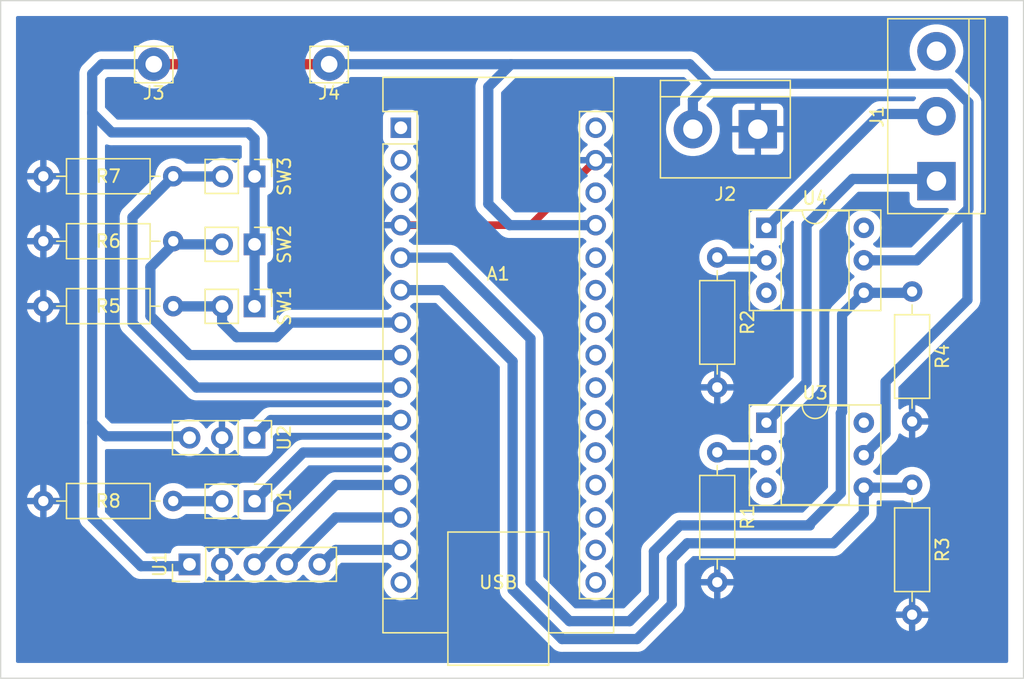
<source format=kicad_pcb>
(kicad_pcb (version 20221018) (generator pcbnew)
  (layers (0 "F.Cu" mixed) (31 "B.Cu" mixed) (35 "F.Paste" user) (37 "F.SilkS" user "F.Silkscreen") (39 "F.Mask" user) (44 "Edge.Cuts" user))
  (net 0 "")
  (net 1 "+5V")
  (net 2 "/MODE")
  (net 3 "/INC")
  (net 4 "/DEC")
  (net 5 "Net-(D1-A)")
  (net 6 "/COUNT")
  (net 8 "/RESET")
  (net 9 "GND")
  (net 10 "/MODE_LED")
  (net 11 "/RELAY")
  (net 15 "Net-(A1-D9)")
  (net 16 "Net-(A1-D10)")
  (net 17 "Net-(A1-D11)")
  (net 31 "/RESET_IN")
  (net 32 "/COUNT_IN")
  (net 37 "Net-(R1-Pad1)")
  (net 38 "Net-(R2-Pad1)")
  (net 39 "GNDPWR")
  (footprint "Resistor_THT:R_Axial_DIN0207_L6.3mm_D2.5mm_P10.16mm_Horizontal" (layer "F.Cu") (at 121.285 47.752 -90)
    (fp_text reference "R4" (at 5.08 -2.37 90) (layer "F.SilkS"))
    (fp_text value "10k")
    (fp_line (start 1.04 0) (end 1.81 0) (stroke (width 0.12)) (layer "F.SilkS"))
    (fp_line (start 1.81 -1.37) (end 1.81 1.37) (stroke (width 0.12)) (layer "F.SilkS"))
    (fp_line (start 1.81 1.37) (end 8.35 1.37) (stroke (width 0.12)) (layer "F.SilkS"))
    (fp_line (start 8.35 -1.37) (end 1.81 -1.37) (stroke (width 0.12)) (layer "F.SilkS"))
    (fp_line (start 8.35 1.37) (end 8.35 -1.37) (stroke (width 0.12)) (layer "F.SilkS"))
    (fp_line (start 9.12 0) (end 8.35 0) (stroke (width 0.12)) (layer "F.SilkS"))
    (pad "1" thru_hole circle (at 0 0 270) (size 1.6 1.6) (drill 0.8) (layers "*.Cu" "*.Mask") (net 8 "/RESET"))
    (pad "2" thru_hole oval (at 10.16 0 270) (size 1.6 1.6) (drill 0.8) (layers "*.Cu" "*.Mask") (net 9 "GND"))
  )
  (footprint "Package_DIP:DIP-6_W7.62mm_Socket" (layer "F.Cu") (at 109.889415 58.01)
    (fp_text reference "U3" (at 3.81 -2.33) (layer "F.SilkS"))
    (fp_text value "4N35")
    (fp_line (start -1.33 -1.39) (end -1.33 6.47) (stroke (width 0.12)) (layer "F.SilkS"))
    (fp_line (start -1.33 6.47) (end 8.95 6.47) (stroke (width 0.12)) (layer "F.SilkS"))
    (fp_line (start 1.16 -1.33) (end 1.16 6.41) (stroke (width 0.12)) (layer "F.SilkS"))
    (fp_line (start 1.16 6.41) (end 6.46 6.41) (stroke (width 0.12)) (layer "F.SilkS"))
    (fp_line (start 2.81 -1.33) (end 1.16 -1.33) (stroke (width 0.12)) (layer "F.SilkS"))
    (fp_line (start 6.46 -1.33) (end 4.81 -1.33) (stroke (width 0.12)) (layer "F.SilkS"))
    (fp_line (start 6.46 6.41) (end 6.46 -1.33) (stroke (width 0.12)) (layer "F.SilkS"))
    (fp_line (start 8.95 -1.39) (end -1.33 -1.39) (stroke (width 0.12)) (layer "F.SilkS"))
    (fp_line (start 8.95 6.47) (end 8.95 -1.39) (stroke (width 0.12)) (layer "F.SilkS"))
    (fp_arc (start 4.81 -1.33) (mid 3.81 -0.33) (end 2.81 -1.33) (stroke (width 0.12)) (layer "F.SilkS"))
    (pad "1" thru_hole rect (at 0 0) (size 1.6 1.6) (drill 0.8) (layers "*.Cu" "*.Mask") (net 32 "/COUNT_IN"))
    (pad "2" thru_hole oval (at 0 2.54) (size 1.6 1.6) (drill 0.8) (layers "*.Cu" "*.Mask") (net 37 "Net-(R1-Pad1)"))
    (pad "3" thru_hole oval (at 0 5.08) (size 1.6 1.6) (drill 0.8) (layers "*.Cu" "*.Mask"))
    (pad "4" thru_hole oval (at 7.62 5.08) (size 1.6 1.6) (drill 0.8) (layers "*.Cu" "*.Mask") (net 6 "/COUNT"))
    (pad "5" thru_hole oval (at 7.62 2.54) (size 1.6 1.6) (drill 0.8) (layers "*.Cu" "*.Mask") (net 1 "+5V"))
    (pad "6" thru_hole oval (at 7.62 0) (size 1.6 1.6) (drill 0.8) (layers "*.Cu" "*.Mask"))
  )
  (footprint "Module:Arduino_Nano" (layer "F.Cu") (at 81.3 34.94)
    (fp_text reference "A1" (at 7.61 11.43) (layer "F.SilkS"))
    (fp_text value "Arduino_Nano_v3.x")
    (fp_text user "USB" (at 7.62 35.56 unlocked) (layer "F.SilkS"))
    (fp_line (start -1.4 -3.94) (end -1.4 -1.27) (stroke (width 0.12)) (layer "F.SilkS"))
    (fp_line (start -1.4 1.27) (end -1.4 39.5) (stroke (width 0.12)) (layer "F.SilkS"))
    (fp_line (start -1.4 39.5) (end 3.68 39.5) (stroke (width 0.12)) (layer "F.SilkS"))
    (fp_line (start 1.27 -1.27) (end -1.4 -1.27) (stroke (width 0.12)) (layer "F.SilkS"))
    (fp_line (start 1.27 1.27) (end -1.4 1.27) (stroke (width 0.12)) (layer "F.SilkS"))
    (fp_line (start 1.27 1.27) (end 1.27 -1.27) (stroke (width 0.12)) (layer "F.SilkS"))
    (fp_line (start 1.27 1.27) (end 1.27 36.83) (stroke (width 0.12)) (layer "F.SilkS"))
    (fp_line (start 1.27 36.83) (end -1.4 36.83) (stroke (width 0.12)) (layer "F.SilkS"))
    (fp_line (start 3.68 31.62) (end 11.56 31.62) (stroke (width 0.12)) (layer "F.SilkS"))
    (fp_line (start 3.68 42.04) (end 3.68 31.62) (stroke (width 0.12)) (layer "F.SilkS"))
    (fp_line (start 11.56 31.62) (end 11.56 42.04) (stroke (width 0.12)) (layer "F.SilkS"))
    (fp_line (start 11.56 42.04) (end 3.68 42.04) (stroke (width 0.12)) (layer "F.SilkS"))
    (fp_line (start 13.97 -1.27) (end 13.97 36.83) (stroke (width 0.12)) (layer "F.SilkS"))
    (fp_line (start 13.97 -1.27) (end 16.64 -1.27) (stroke (width 0.12)) (layer "F.SilkS"))
    (fp_line (start 13.97 36.83) (end 16.64 36.83) (stroke (width 0.12)) (layer "F.SilkS"))
    (fp_line (start 16.64 -3.94) (end -1.4 -3.94) (stroke (width 0.12)) (layer "F.SilkS"))
    (fp_line (start 16.64 39.5) (end 11.56 39.5) (stroke (width 0.12)) (layer "F.SilkS"))
    (fp_line (start 16.64 39.5) (end 16.64 -3.94) (stroke (width 0.12)) (layer "F.SilkS"))
    (pad "1" thru_hole rect (at 0 0) (size 1.6 1.6) (drill 1) (layers "*.Cu" "*.Mask"))
    (pad "2" thru_hole oval (at 0 2.54) (size 1.6 1.6) (drill 1) (layers "*.Cu" "*.Mask"))
    (pad "3" thru_hole oval (at 0 5.08) (size 1.6 1.6) (drill 1) (layers "*.Cu" "*.Mask"))
    (pad "4" thru_hole oval (at 0 7.62) (size 1.6 1.6) (drill 1) (layers "*.Cu" "*.Mask") (net 9 "GND"))
    (pad "5" thru_hole oval (at 0 10.16) (size 1.6 1.6) (drill 1) (layers "*.Cu" "*.Mask") (net 8 "/RESET"))
    (pad "6" thru_hole oval (at 0 12.7) (size 1.6 1.6) (drill 1) (layers "*.Cu" "*.Mask") (net 6 "/COUNT"))
    (pad "7" thru_hole oval (at 0 15.24) (size 1.6 1.6) (drill 1) (layers "*.Cu" "*.Mask") (net 2 "/MODE"))
    (pad "8" thru_hole oval (at 0 17.78) (size 1.6 1.6) (drill 1) (layers "*.Cu" "*.Mask") (net 3 "/INC"))
    (pad "9" thru_hole oval (at 0 20.32) (size 1.6 1.6) (drill 1) (layers "*.Cu" "*.Mask") (net 4 "/DEC"))
    (pad "10" thru_hole oval (at 0 22.86) (size 1.6 1.6) (drill 1) (layers "*.Cu" "*.Mask") (net 11 "/RELAY"))
    (pad "11" thru_hole oval (at 0 25.4) (size 1.6 1.6) (drill 1) (layers "*.Cu" "*.Mask") (net 10 "/MODE_LED"))
    (pad "12" thru_hole oval (at 0 27.94) (size 1.6 1.6) (drill 1) (layers "*.Cu" "*.Mask") (net 15 "Net-(A1-D9)"))
    (pad "13" thru_hole oval (at 0 30.48) (size 1.6 1.6) (drill 1) (layers "*.Cu" "*.Mask") (net 16 "Net-(A1-D10)"))
    (pad "14" thru_hole oval (at 0 33.02) (size 1.6 1.6) (drill 1) (layers "*.Cu" "*.Mask") (net 17 "Net-(A1-D11)"))
    (pad "15" thru_hole oval (at 0 35.56) (size 1.6 1.6) (drill 1) (layers "*.Cu" "*.Mask"))
    (pad "16" thru_hole oval (at 15.24 35.56) (size 1.6 1.6) (drill 1) (layers "*.Cu" "*.Mask"))
    (pad "17" thru_hole oval (at 15.24 33.02) (size 1.6 1.6) (drill 1) (layers "*.Cu" "*.Mask"))
    (pad "18" thru_hole oval (at 15.24 30.48) (size 1.6 1.6) (drill 1) (layers "*.Cu" "*.Mask"))
    (pad "19" thru_hole oval (at 15.24 27.94) (size 1.6 1.6) (drill 1) (layers "*.Cu" "*.Mask"))
    (pad "20" thru_hole oval (at 15.24 25.4) (size 1.6 1.6) (drill 1) (layers "*.Cu" "*.Mask"))
    (pad "21" thru_hole oval (at 15.24 22.86) (size 1.6 1.6) (drill 1) (layers "*.Cu" "*.Mask"))
    (pad "22" thru_hole oval (at 15.24 20.32) (size 1.6 1.6) (drill 1) (layers "*.Cu" "*.Mask"))
    (pad "23" thru_hole oval (at 15.24 17.78) (size 1.6 1.6) (drill 1) (layers "*.Cu" "*.Mask"))
    (pad "24" thru_hole oval (at 15.24 15.24) (size 1.6 1.6) (drill 1) (layers "*.Cu" "*.Mask"))
    (pad "25" thru_hole oval (at 15.24 12.7) (size 1.6 1.6) (drill 1) (layers "*.Cu" "*.Mask"))
    (pad "26" thru_hole oval (at 15.24 10.16) (size 1.6 1.6) (drill 1) (layers "*.Cu" "*.Mask"))
    (pad "27" thru_hole oval (at 15.24 7.62) (size 1.6 1.6) (drill 1) (layers "*.Cu" "*.Mask") (net 1 "+5V"))
    (pad "28" thru_hole oval (at 15.24 5.08) (size 1.6 1.6) (drill 1) (layers "*.Cu" "*.Mask"))
    (pad "29" thru_hole oval (at 15.24 2.54) (size 1.6 1.6) (drill 1) (layers "*.Cu" "*.Mask") (net 9 "GND"))
    (pad "30" thru_hole oval (at 15.24 0) (size 1.6 1.6) (drill 1) (layers "*.Cu" "*.Mask"))
  )
  (footprint "Connector_PinHeader_2.54mm:PinHeader_1x02_P2.54mm_Vertical" (layer "F.Cu") (at 69.86 44.06 -90)
    (fp_text reference "SW2" (at 0 -2.33 -90) (layer "F.SilkS"))
    (fp_text value "INC")
    (fp_line (start -1.33 -1.33) (end 0 -1.33) (stroke (width 0.12)) (layer "F.SilkS"))
    (fp_line (start -1.33 0) (end -1.33 -1.33) (stroke (width 0.12)) (layer "F.SilkS"))
    (fp_line (start -1.33 1.27) (end -1.33 3.87) (stroke (width 0.12)) (layer "F.SilkS"))
    (fp_line (start -1.33 1.27) (end 1.33 1.27) (stroke (width 0.12)) (layer "F.SilkS"))
    (fp_line (start -1.33 3.87) (end 1.33 3.87) (stroke (width 0.12)) (layer "F.SilkS"))
    (fp_line (start 1.33 1.27) (end 1.33 3.87) (stroke (width 0.12)) (layer "F.SilkS"))
    (pad "1" thru_hole rect (at 0 0 270) (size 1.7 1.7) (drill 1) (layers "*.Cu" "*.Mask") (net 1 "+5V"))
    (pad "2" thru_hole oval (at 0 2.54 270) (size 1.7 1.7) (drill 1) (layers "*.Cu" "*.Mask") (net 3 "/INC"))
  )
  (footprint "Resistor_THT:R_Axial_DIN0207_L6.3mm_D2.5mm_P10.16mm_Horizontal" (layer "F.Cu") (at 106.045 45.085 -90)
    (fp_text reference "R2" (at 5.08 -2.37 90) (layer "F.SilkS"))
    (fp_text value "10k")
    (fp_line (start 1.04 0) (end 1.81 0) (stroke (width 0.12)) (layer "F.SilkS"))
    (fp_line (start 1.81 -1.37) (end 1.81 1.37) (stroke (width 0.12)) (layer "F.SilkS"))
    (fp_line (start 1.81 1.37) (end 8.35 1.37) (stroke (width 0.12)) (layer "F.SilkS"))
    (fp_line (start 8.35 -1.37) (end 1.81 -1.37) (stroke (width 0.12)) (layer "F.SilkS"))
    (fp_line (start 8.35 1.37) (end 8.35 -1.37) (stroke (width 0.12)) (layer "F.SilkS"))
    (fp_line (start 9.12 0) (end 8.35 0) (stroke (width 0.12)) (layer "F.SilkS"))
    (pad "1" thru_hole circle (at 0 0 270) (size 1.6 1.6) (drill 0.8) (layers "*.Cu" "*.Mask") (net 38 "Net-(R2-Pad1)"))
    (pad "2" thru_hole oval (at 10.16 0 270) (size 1.6 1.6) (drill 0.8) (layers "*.Cu" "*.Mask") (net 9 "GND"))
  )
  (footprint "Connector_PinHeader_2.54mm:PinHeader_1x02_P2.54mm_Vertical" (layer "F.Cu") (at 69.86 64.15 -90)
    (fp_text reference "D1" (at 0 -2.33 -90) (layer "F.SilkS"))
    (fp_text value "LED")
    (fp_line (start -1.33 -1.33) (end 0 -1.33) (stroke (width 0.12)) (layer "F.SilkS"))
    (fp_line (start -1.33 0) (end -1.33 -1.33) (stroke (width 0.12)) (layer "F.SilkS"))
    (fp_line (start -1.33 1.27) (end -1.33 3.87) (stroke (width 0.12)) (layer "F.SilkS"))
    (fp_line (start -1.33 1.27) (end 1.33 1.27) (stroke (width 0.12)) (layer "F.SilkS"))
    (fp_line (start -1.33 3.87) (end 1.33 3.87) (stroke (width 0.12)) (layer "F.SilkS"))
    (fp_line (start 1.33 1.27) (end 1.33 3.87) (stroke (width 0.12)) (layer "F.SilkS"))
    (pad "1" thru_hole rect (at 0 0 270) (size 1.7 1.7) (drill 1) (layers "*.Cu" "*.Mask") (net 10 "/MODE_LED"))
    (pad "2" thru_hole oval (at 0 2.54 270) (size 1.7 1.7) (drill 1) (layers "*.Cu" "*.Mask") (net 5 "Net-(D1-A)"))
  )
  (footprint "Resistor_THT:R_Axial_DIN0207_L6.3mm_D2.5mm_P10.16mm_Horizontal" (layer "F.Cu") (at 63.5 48.895 180)
    (fp_text reference "R5" (at 5.08 0) (layer "F.SilkS"))
    (fp_text value "1K")
    (fp_line (start 1.04 0) (end 1.81 0) (stroke (width 0.12)) (layer "F.SilkS"))
    (fp_line (start 1.81 -1.37) (end 1.81 1.37) (stroke (width 0.12)) (layer "F.SilkS"))
    (fp_line (start 1.81 1.37) (end 8.35 1.37) (stroke (width 0.12)) (layer "F.SilkS"))
    (fp_line (start 8.35 -1.37) (end 1.81 -1.37) (stroke (width 0.12)) (layer "F.SilkS"))
    (fp_line (start 8.35 1.37) (end 8.35 -1.37) (stroke (width 0.12)) (layer "F.SilkS"))
    (fp_line (start 9.12 0) (end 8.35 0) (stroke (width 0.12)) (layer "F.SilkS"))
    (pad "1" thru_hole circle (at 0 0 180) (size 1.6 1.6) (drill 0.8) (layers "*.Cu" "*.Mask") (net 2 "/MODE"))
    (pad "2" thru_hole oval (at 10.16 0 180) (size 1.6 1.6) (drill 0.8) (layers "*.Cu" "*.Mask") (net 9 "GND"))
  )
  (footprint "Resistor_THT:R_Axial_DIN0207_L6.3mm_D2.5mm_P10.16mm_Horizontal" (layer "F.Cu") (at 63.5 64.135 180)
    (fp_text reference "R8" (at 5.08 0) (layer "F.SilkS"))
    (fp_text value "220")
    (fp_line (start 1.04 0) (end 1.81 0) (stroke (width 0.12)) (layer "F.SilkS"))
    (fp_line (start 1.81 -1.37) (end 1.81 1.37) (stroke (width 0.12)) (layer "F.SilkS"))
    (fp_line (start 1.81 1.37) (end 8.35 1.37) (stroke (width 0.12)) (layer "F.SilkS"))
    (fp_line (start 8.35 -1.37) (end 1.81 -1.37) (stroke (width 0.12)) (layer "F.SilkS"))
    (fp_line (start 8.35 1.37) (end 8.35 -1.37) (stroke (width 0.12)) (layer "F.SilkS"))
    (fp_line (start 9.12 0) (end 8.35 0) (stroke (width 0.12)) (layer "F.SilkS"))
    (pad "1" thru_hole circle (at 0 0 180) (size 1.6 1.6) (drill 0.8) (layers "*.Cu" "*.Mask") (net 5 "Net-(D1-A)"))
    (pad "2" thru_hole oval (at 10.16 0 180) (size 1.6 1.6) (drill 0.8) (layers "*.Cu" "*.Mask") (net 9 "GND"))
  )
  (footprint "Package_DIP:DIP-6_W7.62mm_Socket" (layer "F.Cu") (at 109.889415 42.77)
    (fp_text reference "U4" (at 3.81 -2.33) (layer "F.SilkS"))
    (fp_text value "4N35")
    (fp_line (start -1.33 -1.39) (end -1.33 6.47) (stroke (width 0.12)) (layer "F.SilkS"))
    (fp_line (start -1.33 6.47) (end 8.95 6.47) (stroke (width 0.12)) (layer "F.SilkS"))
    (fp_line (start 1.16 -1.33) (end 1.16 6.41) (stroke (width 0.12)) (layer "F.SilkS"))
    (fp_line (start 1.16 6.41) (end 6.46 6.41) (stroke (width 0.12)) (layer "F.SilkS"))
    (fp_line (start 2.81 -1.33) (end 1.16 -1.33) (stroke (width 0.12)) (layer "F.SilkS"))
    (fp_line (start 6.46 -1.33) (end 4.81 -1.33) (stroke (width 0.12)) (layer "F.SilkS"))
    (fp_line (start 6.46 6.41) (end 6.46 -1.33) (stroke (width 0.12)) (layer "F.SilkS"))
    (fp_line (start 8.95 -1.39) (end -1.33 -1.39) (stroke (width 0.12)) (layer "F.SilkS"))
    (fp_line (start 8.95 6.47) (end 8.95 -1.39) (stroke (width 0.12)) (layer "F.SilkS"))
    (fp_arc (start 4.81 -1.33) (mid 3.81 -0.33) (end 2.81 -1.33) (stroke (width 0.12)) (layer "F.SilkS"))
    (pad "1" thru_hole rect (at 0 0) (size 1.6 1.6) (drill 0.8) (layers "*.Cu" "*.Mask") (net 31 "/RESET_IN"))
    (pad "2" thru_hole oval (at 0 2.54) (size 1.6 1.6) (drill 0.8) (layers "*.Cu" "*.Mask") (net 38 "Net-(R2-Pad1)"))
    (pad "3" thru_hole oval (at 0 5.08) (size 1.6 1.6) (drill 0.8) (layers "*.Cu" "*.Mask"))
    (pad "4" thru_hole oval (at 7.62 5.08) (size 1.6 1.6) (drill 0.8) (layers "*.Cu" "*.Mask") (net 8 "/RESET"))
    (pad "5" thru_hole oval (at 7.62 2.54) (size 1.6 1.6) (drill 0.8) (layers "*.Cu" "*.Mask") (net 1 "+5V"))
    (pad "6" thru_hole oval (at 7.62 0) (size 1.6 1.6) (drill 0.8) (layers "*.Cu" "*.Mask"))
  )
  (footprint "Resistor_THT:R_Axial_DIN0207_L6.3mm_D2.5mm_P10.16mm_Horizontal" (layer "F.Cu") (at 63.5 43.815 180)
    (fp_text reference "R6" (at 5.08 0) (layer "F.SilkS"))
    (fp_text value "1K")
    (fp_line (start 1.04 0) (end 1.81 0) (stroke (width 0.12)) (layer "F.SilkS"))
    (fp_line (start 1.81 -1.37) (end 1.81 1.37) (stroke (width 0.12)) (layer "F.SilkS"))
    (fp_line (start 1.81 1.37) (end 8.35 1.37) (stroke (width 0.12)) (layer "F.SilkS"))
    (fp_line (start 8.35 -1.37) (end 1.81 -1.37) (stroke (width 0.12)) (layer "F.SilkS"))
    (fp_line (start 8.35 1.37) (end 8.35 -1.37) (stroke (width 0.12)) (layer "F.SilkS"))
    (fp_line (start 9.12 0) (end 8.35 0) (stroke (width 0.12)) (layer "F.SilkS"))
    (pad "1" thru_hole circle (at 0 0 180) (size 1.6 1.6) (drill 0.8) (layers "*.Cu" "*.Mask") (net 3 "/INC"))
    (pad "2" thru_hole oval (at 10.16 0 180) (size 1.6 1.6) (drill 0.8) (layers "*.Cu" "*.Mask") (net 9 "GND"))
  )
  (footprint "Resistor_THT:R_Axial_DIN0207_L6.3mm_D2.5mm_P10.16mm_Horizontal" (layer "F.Cu") (at 63.5 38.735 180)
    (fp_text reference "R7" (at 5.08 0) (layer "F.SilkS"))
    (fp_text value "1K")
    (fp_line (start 1.04 0) (end 1.81 0) (stroke (width 0.12)) (layer "F.SilkS"))
    (fp_line (start 1.81 -1.37) (end 1.81 1.37) (stroke (width 0.12)) (layer "F.SilkS"))
    (fp_line (start 1.81 1.37) (end 8.35 1.37) (stroke (width 0.12)) (layer "F.SilkS"))
    (fp_line (start 8.35 -1.37) (end 1.81 -1.37) (stroke (width 0.12)) (layer "F.SilkS"))
    (fp_line (start 8.35 1.37) (end 8.35 -1.37) (stroke (width 0.12)) (layer "F.SilkS"))
    (fp_line (start 9.12 0) (end 8.35 0) (stroke (width 0.12)) (layer "F.SilkS"))
    (pad "1" thru_hole circle (at 0 0 180) (size 1.6 1.6) (drill 0.8) (layers "*.Cu" "*.Mask") (net 4 "/DEC"))
    (pad "2" thru_hole oval (at 10.16 0 180) (size 1.6 1.6) (drill 0.8) (layers "*.Cu" "*.Mask") (net 9 "GND"))
  )
  (footprint "Connector_PinHeader_2.54mm:PinHeader_1x02_P2.54mm_Vertical" (layer "F.Cu") (at 69.86 38.75 -90)
    (fp_text reference "SW3" (at 0 -2.33 -90) (layer "F.SilkS"))
    (fp_text value "DEC")
    (fp_line (start -1.33 -1.33) (end 0 -1.33) (stroke (width 0.12)) (layer "F.SilkS"))
    (fp_line (start -1.33 0) (end -1.33 -1.33) (stroke (width 0.12)) (layer "F.SilkS"))
    (fp_line (start -1.33 1.27) (end -1.33 3.87) (stroke (width 0.12)) (layer "F.SilkS"))
    (fp_line (start -1.33 1.27) (end 1.33 1.27) (stroke (width 0.12)) (layer "F.SilkS"))
    (fp_line (start -1.33 3.87) (end 1.33 3.87) (stroke (width 0.12)) (layer "F.SilkS"))
    (fp_line (start 1.33 1.27) (end 1.33 3.87) (stroke (width 0.12)) (layer "F.SilkS"))
    (pad "1" thru_hole rect (at 0 0 270) (size 1.7 1.7) (drill 1) (layers "*.Cu" "*.Mask") (net 1 "+5V"))
    (pad "2" thru_hole oval (at 0 2.54 270) (size 1.7 1.7) (drill 1) (layers "*.Cu" "*.Mask") (net 4 "/DEC"))
  )
  (footprint "Connector_PinHeader_2.54mm:PinHeader_1x05_P2.54mm_Vertical" (layer "F.Cu") (at 64.77 69.088 90)
    (fp_text reference "U1" (at 0 -2.33 90) (layer "F.SilkS"))
    (fp_text value "~")
    (fp_line (start -1.33 -1.33) (end 0 -1.33) (stroke (width 0.12)) (layer "F.SilkS"))
    (fp_line (start -1.33 0) (end -1.33 -1.33) (stroke (width 0.12)) (layer "F.SilkS"))
    (fp_line (start -1.33 1.27) (end -1.33 11.49) (stroke (width 0.12)) (layer "F.SilkS"))
    (fp_line (start -1.33 1.27) (end 1.33 1.27) (stroke (width 0.12)) (layer "F.SilkS"))
    (fp_line (start -1.33 11.49) (end 1.33 11.49) (stroke (width 0.12)) (layer "F.SilkS"))
    (fp_line (start 1.33 1.27) (end 1.33 11.49) (stroke (width 0.12)) (layer "F.SilkS"))
    (pad "1" thru_hole rect (at 0 0 90) (size 1.7 1.7) (drill 1) (layers "*.Cu" "*.Mask") (net 1 "+5V"))
    (pad "2" thru_hole oval (at 0 2.54 90) (size 1.7 1.7) (drill 1) (layers "*.Cu" "*.Mask") (net 9 "GND"))
    (pad "3" thru_hole oval (at 0 5.08 90) (size 1.7 1.7) (drill 1) (layers "*.Cu" "*.Mask") (net 15 "Net-(A1-D9)"))
    (pad "4" thru_hole oval (at 0 7.62 90) (size 1.7 1.7) (drill 1) (layers "*.Cu" "*.Mask") (net 16 "Net-(A1-D10)"))
    (pad "5" thru_hole oval (at 0 10.16 90) (size 1.7 1.7) (drill 1) (layers "*.Cu" "*.Mask") (net 17 "Net-(A1-D11)"))
  )
  (footprint "Resistor_THT:R_Axial_DIN0207_L6.3mm_D2.5mm_P10.16mm_Horizontal" (layer "F.Cu") (at 121.285 62.865 -90)
    (fp_text reference "R3" (at 5.08 -2.37 90) (layer "F.SilkS"))
    (fp_text value "10k")
    (fp_line (start 1.04 0) (end 1.81 0) (stroke (width 0.12)) (layer "F.SilkS"))
    (fp_line (start 1.81 -1.37) (end 1.81 1.37) (stroke (width 0.12)) (layer "F.SilkS"))
    (fp_line (start 1.81 1.37) (end 8.35 1.37) (stroke (width 0.12)) (layer "F.SilkS"))
    (fp_line (start 8.35 -1.37) (end 1.81 -1.37) (stroke (width 0.12)) (layer "F.SilkS"))
    (fp_line (start 8.35 1.37) (end 8.35 -1.37) (stroke (width 0.12)) (layer "F.SilkS"))
    (fp_line (start 9.12 0) (end 8.35 0) (stroke (width 0.12)) (layer "F.SilkS"))
    (pad "1" thru_hole circle (at 0 0 270) (size 1.6 1.6) (drill 0.8) (layers "*.Cu" "*.Mask") (net 6 "/COUNT"))
    (pad "2" thru_hole oval (at 10.16 0 270) (size 1.6 1.6) (drill 0.8) (layers "*.Cu" "*.Mask") (net 9 "GND"))
  )
  (footprint "Connector_Pin:Pin_D1.3mm_L11.3mm_W2.8mm_Flat" (layer "F.Cu") (at 75.692 29.972)
    (fp_text reference "J4" (at 0 2.25) (layer "F.SilkS"))
    (fp_text value "Conn_01x01_Pin")
    (fp_line (start -1.5 -1.4) (end -1.5 1.45) (stroke (width 0.12)) (layer "F.SilkS"))
    (fp_line (start -1.5 -1.4) (end 1.5 -1.4) (stroke (width 0.12)) (layer "F.SilkS"))
    (fp_line (start -1.5 1.45) (end 1.5 1.45) (stroke (width 0.12)) (layer "F.SilkS"))
    (fp_line (start 1.5 -1.4) (end 1.5 1.45) (stroke (width 0.12)) (layer "F.SilkS"))
    (pad "1" thru_hole circle (at 0 0) (size 2.6 2.6) (drill 1.3) (layers "*.Cu" "*.Mask") (net 1 "+5V"))
  )
  (footprint "Connector_PinHeader_2.54mm:PinHeader_1x02_P2.54mm_Vertical" (layer "F.Cu") (at 69.86 48.91 -90)
    (fp_text reference "SW1" (at 0 -2.33 -90) (layer "F.SilkS"))
    (fp_text value "MODE")
    (fp_line (start -1.33 -1.33) (end 0 -1.33) (stroke (width 0.12)) (layer "F.SilkS"))
    (fp_line (start -1.33 0) (end -1.33 -1.33) (stroke (width 0.12)) (layer "F.SilkS"))
    (fp_line (start -1.33 1.27) (end -1.33 3.87) (stroke (width 0.12)) (layer "F.SilkS"))
    (fp_line (start -1.33 1.27) (end 1.33 1.27) (stroke (width 0.12)) (layer "F.SilkS"))
    (fp_line (start -1.33 3.87) (end 1.33 3.87) (stroke (width 0.12)) (layer "F.SilkS"))
    (fp_line (start 1.33 1.27) (end 1.33 3.87) (stroke (width 0.12)) (layer "F.SilkS"))
    (pad "1" thru_hole rect (at 0 0 270) (size 1.7 1.7) (drill 1) (layers "*.Cu" "*.Mask") (net 1 "+5V"))
    (pad "2" thru_hole oval (at 0 2.54 270) (size 1.7 1.7) (drill 1) (layers "*.Cu" "*.Mask") (net 2 "/MODE"))
  )
  (footprint "TerminalBlock:TerminalBlock_bornier-3_P5.08mm" (layer "F.Cu") (at 123.19 39.116 90)
    (fp_text reference "J1" (at 5.05 -4.65 90) (layer "F.SilkS"))
    (fp_text value "INPUT")
    (fp_line (start -2.54 -3.81) (end 12.7 -3.81) (stroke (width 0.12)) (layer "F.SilkS"))
    (fp_line (start -2.54 2.54) (end 12.7 2.54) (stroke (width 0.12)) (layer "F.SilkS"))
    (fp_line (start -2.54 3.81) (end -2.54 -3.81) (stroke (width 0.12)) (layer "F.SilkS"))
    (fp_line (start -2.54 3.81) (end 12.7 3.81) (stroke (width 0.12)) (layer "F.SilkS"))
    (fp_line (start 12.7 3.81) (end 12.7 -3.81) (stroke (width 0.12)) (layer "F.SilkS"))
    (pad "1" thru_hole rect (at 0 0 90) (size 3 3) (drill 1.52) (layers "*.Cu" "*.Mask") (net 32 "/COUNT_IN"))
    (pad "2" thru_hole circle (at 5.08 0 90) (size 3 3) (drill 1.52) (layers "*.Cu" "*.Mask") (net 31 "/RESET_IN"))
    (pad "3" thru_hole circle (at 10.16 0 90) (size 3 3) (drill 1.52) (layers "*.Cu" "*.Mask") (net 39 "GNDPWR"))
  )
  (footprint "Connector_Pin:Pin_D1.3mm_L11.3mm_W2.8mm_Flat" (layer "F.Cu") (at 61.976 29.972)
    (fp_text reference "J3" (at 0 2.25) (layer "F.SilkS"))
    (fp_text value "Conn_01x01_Pin")
    (fp_line (start -1.5 -1.4) (end -1.5 1.45) (stroke (width 0.12)) (layer "F.SilkS"))
    (fp_line (start -1.5 -1.4) (end 1.5 -1.4) (stroke (width 0.12)) (layer "F.SilkS"))
    (fp_line (start -1.5 1.45) (end 1.5 1.45) (stroke (width 0.12)) (layer "F.SilkS"))
    (fp_line (start 1.5 -1.4) (end 1.5 1.45) (stroke (width 0.12)) (layer "F.SilkS"))
    (pad "1" thru_hole circle (at 0 0) (size 2.6 2.6) (drill 1.3) (layers "*.Cu" "*.Mask") (net 1 "+5V"))
  )
  (footprint "TerminalBlock:TerminalBlock_bornier-2_P5.08mm" (layer "F.Cu") (at 109.22 35.052 180)
    (fp_text reference "J2" (at 2.54 -5.08) (layer "F.SilkS"))
    (fp_text value "POWER")
    (fp_line (start -2.54 -3.81) (end -2.54 3.81) (stroke (width 0.12)) (layer "F.SilkS"))
    (fp_line (start -2.54 3.81) (end 7.62 3.81) (stroke (width 0.12)) (layer "F.SilkS"))
    (fp_line (start 7.62 -3.81) (end -2.54 -3.81) (stroke (width 0.12)) (layer "F.SilkS"))
    (fp_line (start 7.62 2.54) (end -2.54 2.54) (stroke (width 0.12)) (layer "F.SilkS"))
    (fp_line (start 7.62 3.81) (end 7.62 -3.81) (stroke (width 0.12)) (layer "F.SilkS"))
    (pad "1" thru_hole rect (at 0 0 180) (size 3 3) (drill 1.52) (layers "*.Cu" "*.Mask") (net 9 "GND"))
    (pad "2" thru_hole circle (at 5.08 0 180) (size 3 3) (drill 1.52) (layers "*.Cu" "*.Mask") (net 1 "+5V"))
  )
  (footprint "Connector_PinHeader_2.54mm:PinHeader_1x03_P2.54mm_Vertical" (layer "F.Cu") (at 69.85 59.182 -90)
    (fp_text reference "U2" (at 0 -2.33 90) (layer "F.SilkS"))
    (fp_text value "~")
    (fp_line (start -1.33 -1.33) (end 0 -1.33) (stroke (width 0.12)) (layer "F.SilkS"))
    (fp_line (start -1.33 0) (end -1.33 -1.33) (stroke (width 0.12)) (layer "F.SilkS"))
    (fp_line (start -1.33 1.27) (end -1.33 6.41) (stroke (width 0.12)) (layer "F.SilkS"))
    (fp_line (start -1.33 1.27) (end 1.33 1.27) (stroke (width 0.12)) (layer "F.SilkS"))
    (fp_line (start -1.33 6.41) (end 1.33 6.41) (stroke (width 0.12)) (layer "F.SilkS"))
    (fp_line (start 1.33 1.27) (end 1.33 6.41) (stroke (width 0.12)) (layer "F.SilkS"))
    (pad "1" thru_hole rect (at 0 0 270) (size 1.7 1.7) (drill 1) (layers "*.Cu" "*.Mask") (net 11 "/RELAY"))
    (pad "2" thru_hole oval (at 0 2.54 270) (size 1.7 1.7) (drill 1) (layers "*.Cu" "*.Mask") (net 9 "GND"))
    (pad "3" thru_hole oval (at 0 5.08 270) (size 1.7 1.7) (drill 1) (layers "*.Cu" "*.Mask") (net 1 "+5V"))
  )
  (footprint "Resistor_THT:R_Axial_DIN0207_L6.3mm_D2.5mm_P10.16mm_Horizontal" (layer "F.Cu") (at 106.045 60.325 -90)
    (fp_text reference "R1" (at 5.08 -2.37 90) (layer "F.SilkS"))
    (fp_text value "10k")
    (fp_line (start 1.04 0) (end 1.81 0) (stroke (width 0.12)) (layer "F.SilkS"))
    (fp_line (start 1.81 -1.37) (end 1.81 1.37) (stroke (width 0.12)) (layer "F.SilkS"))
    (fp_line (start 1.81 1.37) (end 8.35 1.37) (stroke (width 0.12)) (layer "F.SilkS"))
    (fp_line (start 8.35 -1.37) (end 1.81 -1.37) (stroke (width 0.12)) (layer "F.SilkS"))
    (fp_line (start 8.35 1.37) (end 8.35 -1.37) (stroke (width 0.12)) (layer "F.SilkS"))
    (fp_line (start 9.12 0) (end 8.35 0) (stroke (width 0.12)) (layer "F.SilkS"))
    (pad "1" thru_hole circle (at 0 0 270) (size 1.6 1.6) (drill 0.8) (layers "*.Cu" "*.Mask") (net 37 "Net-(R1-Pad1)"))
    (pad "2" thru_hole oval (at 10.16 0 270) (size 1.6 1.6) (drill 0.8) (layers "*.Cu" "*.Mask") (net 9 "GND"))
  )
  (gr_rect (start 50 25) (end 130 78) (stroke (width 0.1)) (fill none) (layer "Edge.Cuts"))
  (segment (start 75.692 29.972) (end 61.976 29.972) (width 0.8) (layer "F.Cu") (net 1))
  (segment (start 125.69 41.269415) (end 125.69 32.98) (width 0.8) (layer "B.Cu") (net 1))
  (segment (start 75.692 29.972) (end 89.916 29.972) (width 0.8) (layer "B.Cu") (net 1))
  (segment (start 69.86 35.804) (end 69.362 35.306) (width 0.8) (layer "B.Cu") (net 1))
  (segment (start 121.649415 45.31) (end 117.509415 45.31) (width 0.8) (layer "B.Cu") (net 1))
  (segment (start 57.16 65.42) (end 57.16 57.995) (width 0.8) (layer "B.Cu") (net 1))
  (segment (start 125.614415 41.345) (end 125.69 41.269415) (width 0.8) (layer "B.Cu") (net 1))
  (segment (start 69.362 35.306) (end 58.684 35.306) (width 0.8) (layer "B.Cu") (net 1))
  (segment (start 58.684 35.306) (end 57.16 33.782) (width 0.8) (layer "B.Cu") (net 1))
  (segment (start 88.138 40.894) (end 88.138 31.75) (width 0.8) (layer "B.Cu") (net 1))
  (segment (start 69.86 44.06) (end 69.86 38.75) (width 0.8) (layer "B.Cu") (net 1))
  (segment (start 103.886 29.972) (end 105.41 31.496) (width 0.8) (layer "B.Cu") (net 1))
  (segment (start 89.916 29.972) (end 103.886 29.972) (width 0.8) (layer "B.Cu") (net 1))
  (segment (start 57.16 33.782) (end 57.16 30.724) (width 0.8) (layer "B.Cu") (net 1))
  (segment (start 117.509415 60.55) (end 119.209415 58.85) (width 0.8) (layer "B.Cu") (net 1))
  (segment (start 60.97 69.23) (end 57.16 65.42) (width 0.8) (layer "B.Cu") (net 1))
  (segment (start 125.614415 48.400585) (end 125.614415 41.345) (width 0.8) (layer "B.Cu") (net 1))
  (segment (start 69.86 48.91) (end 69.86 44.06) (width 0.8) (layer "B.Cu") (net 1))
  (segment (start 125.614415 41.345) (end 121.649415 45.31) (width 0.8) (layer "B.Cu") (net 1))
  (segment (start 88.138 31.75) (end 89.916 29.972) (width 0.8) (layer "B.Cu") (net 1))
  (segment (start 125.69 32.98) (end 124.206 31.496) (width 0.8) (layer "B.Cu") (net 1))
  (segment (start 57.912 29.972) (end 61.976 29.972) (width 0.8) (layer "B.Cu") (net 1))
  (segment (start 64.78 69.23) (end 60.97 69.23) (width 0.8) (layer "B.Cu") (net 1))
  (segment (start 119.209415 58.85) (end 119.209415 54.805585) (width 0.8) (layer "B.Cu") (net 1))
  (segment (start 57.16 30.724) (end 57.912 29.972) (width 0.8) (layer "B.Cu") (net 1))
  (segment (start 64.78 59.07) (end 58.235 59.07) (width 0.8) (layer "B.Cu") (net 1))
  (segment (start 89.804 42.56) (end 88.138 40.894) (width 0.8) (layer "B.Cu") (net 1))
  (segment (start 119.209415 54.805585) (end 125.614415 48.400585) (width 0.8) (layer "B.Cu") (net 1))
  (segment (start 104.14 34.94) (end 104.14 32.766) (width 0.8) (layer "B.Cu") (net 1))
  (segment (start 105.41 31.496) (end 104.14 32.766) (width 0.8) (layer "B.Cu") (net 1))
  (segment (start 69.86 38.75) (end 69.86 35.804) (width 0.8) (layer "B.Cu") (net 1))
  (segment (start 58.235 59.07) (end 57.16 57.995) (width 0.8) (layer "B.Cu") (net 1))
  (segment (start 96.54 42.56) (end 89.804 42.56) (width 0.8) (layer "B.Cu") (net 1))
  (segment (start 104.14 36.09137) (end 104.14 34.94) (width 0.8) (layer "B.Cu") (net 1))
  (segment (start 124.206 31.496) (end 105.41 31.496) (width 0.8) (layer "B.Cu") (net 1))
  (segment (start 57.16 57.995) (end 57.16 33.782) (width 0.8) (layer "B.Cu") (net 1))
  (segment (start 71.55 51.32) (end 72.69 50.18) (width 0.8) (layer "B.Cu") (net 2))
  (segment (start 63.51 48.91) (end 67.32 48.91) (width 0.8) (layer "B.Cu") (net 2))
  (segment (start 67.32 50.18) (end 68.46 51.32) (width 0.8) (layer "B.Cu") (net 2))
  (segment (start 68.46 51.32) (end 71.55 51.32) (width 0.8) (layer "B.Cu") (net 2))
  (segment (start 72.69 50.18) (end 81.3 50.18) (width 0.8) (layer "B.Cu") (net 2))
  (segment (start 67.32 48.91) (end 67.32 50.18) (width 0.8) (layer "B.Cu") (net 2))
  (segment (start 63.51 44.06) (end 67.32 44.06) (width 0.8) (layer "B.Cu") (net 3))
  (segment (start 61.71 49.655585) (end 61.71 45.86) (width 0.8) (layer "B.Cu") (net 3))
  (segment (start 81.3 52.72) (end 64.774415 52.72) (width 0.8) (layer "B.Cu") (net 3))
  (segment (start 64.774415 52.72) (end 61.71 49.655585) (width 0.8) (layer "B.Cu") (net 3))
  (segment (start 61.71 45.86) (end 63.51 44.06) (width 0.8) (layer "B.Cu") (net 3))
  (segment (start 81.3 55.26) (end 65.334517 55.26) (width 0.8) (layer "B.Cu") (net 4))
  (segment (start 65.334517 55.26) (end 60.31 50.235483) (width 0.8) (layer "B.Cu") (net 4))
  (segment (start 63.51 38.75) (end 67.32 38.75) (width 0.8) (layer "B.Cu") (net 4))
  (segment (start 60.31 50.235483) (end 60.31 41.95) (width 0.8) (layer "B.Cu") (net 4))
  (segment (start 60.31 41.95) (end 63.51 38.75) (width 0.8) (layer "B.Cu") (net 4))
  (segment (start 63.51 64.15) (end 67.32 64.15) (width 0.8) (layer "B.Cu") (net 5))
  (segment (start 99.769898 74.93) (end 93.905102 74.93) (width 0.8) (layer "B.Cu") (net 6))
  (segment (start 117.509415 63.09) (end 121.294415 63.09) (width 0.8) (layer "B.Cu") (net 6))
  (segment (start 84.47 47.64) (end 81.3 47.64) (width 0.8) (layer "B.Cu") (net 6))
  (segment (start 117.509415 63.09) (end 117.509415 65.064415) (width 0.8) (layer "B.Cu") (net 6))
  (segment (start 90.04 71.064898) (end 90.04 53.21) (width 0.8) (layer "B.Cu") (net 6))
  (segment (start 102.492 72.207898) (end 99.769898 74.93) (width 0.8) (layer "B.Cu") (net 6))
  (segment (start 103.703898 67.44) (end 102.492 68.651898) (width 0.8) (layer "B.Cu") (net 6))
  (segment (start 93.905102 74.93) (end 90.04 71.064898) (width 0.8) (layer "B.Cu") (net 6))
  (segment (start 115.13383 67.44) (end 103.703898 67.44) (width 0.8) (layer "B.Cu") (net 6))
  (segment (start 121.294415 63.09) (end 121.309415 63.075) (width 0.8) (layer "B.Cu") (net 6))
  (segment (start 102.492 68.651898) (end 102.492 72.207898) (width 0.8) (layer "B.Cu") (net 6))
  (segment (start 90.04 53.21) (end 84.47 47.64) (width 0.8) (layer "B.Cu") (net 6))
  (segment (start 117.509415 65.064415) (end 115.13383 67.44) (width 0.8) (layer "B.Cu") (net 6))
  (segment (start 91.44 70.485) (end 94.485 73.53) (width 0.8) (layer "B.Cu") (net 8))
  (segment (start 99.19 73.53) (end 101.092 71.628) (width 0.8) (layer "B.Cu") (net 8))
  (segment (start 85.105 45.1) (end 91.44 51.435) (width 0.8) (layer "B.Cu") (net 8))
  (segment (start 115.809415 57.164415) (end 115.709415 57.264415) (width 0.8) (layer "B.Cu") (net 8))
  (segment (start 113.284 65.925415) (end 115.709415 63.5) (width 0.8) (layer "B.Cu") (net 8))
  (segment (start 91.44 51.435) (end 91.44 70.485) (width 0.8) (layer "B.Cu") (net 8))
  (segment (start 101.092 71.628) (end 101.092 68.072) (width 0.8) (layer "B.Cu") (net 8))
  (segment (start 113.284 66.04) (end 113.284 65.925415) (width 0.8) (layer "B.Cu") (net 8))
  (segment (start 115.709415 57.264415) (end 115.709415 63.5) (width 0.8) (layer "B.Cu") (net 8))
  (segment (start 103.124 66.04) (end 113.284 66.04) (width 0.8) (layer "B.Cu") (net 8))
  (segment (start 117.509415 47.85) (end 121.294415 47.85) (width 0.8) (layer "B.Cu") (net 8))
  (segment (start 117.509415 47.85) (end 115.809415 49.55) (width 0.8) (layer "B.Cu") (net 8))
  (segment (start 115.809415 49.55) (end 115.809415 57.164415) (width 0.8) (layer "B.Cu") (net 8))
  (segment (start 94.485 73.53) (end 99.19 73.53) (width 0.8) (layer "B.Cu") (net 8))
  (segment (start 81.3 45.1) (end 85.105 45.1) (width 0.8) (layer "B.Cu") (net 8))
  (segment (start 101.092 68.072) (end 103.124 66.04) (width 0.8) (layer "B.Cu") (net 8))
  (segment (start 121.294415 47.85) (end 121.309415 47.835) (width 0.8) (layer "B.Cu") (net 8))
  (segment (start 81.3 42.56) (end 91.46 42.56) (width 0.6) (layer "F.Cu") (net 9))
  (segment (start 91.46 42.56) (end 96.54 37.48) (width 0.6) (layer "F.Cu") (net 9))
  (segment (start 73.67 60.34) (end 81.3 60.34) (width 0.8) (layer "B.Cu") (net 10))
  (segment (start 69.86 64.15) (end 73.67 60.34) (width 0.8) (layer "B.Cu") (net 10))
  (segment (start 71.13 57.8) (end 81.3 57.8) (width 0.8) (layer "B.Cu") (net 11))
  (segment (start 69.86 59.07) (end 71.13 57.8) (width 0.8) (layer "B.Cu") (net 11))
  (segment (start 76.21 62.88) (end 81.3 62.88) (width 0.8) (layer "B.Cu") (net 15))
  (segment (start 76.21 62.88) (end 69.86 69.23) (width 0.8) (layer "B.Cu") (net 15))
  (segment (start 76.21 65.42) (end 81.3 65.42) (width 0.8) (layer "B.Cu") (net 16))
  (segment (start 76.21 65.42) (end 72.4 69.23) (width 0.8) (layer "B.Cu") (net 16))
  (segment (start 76.21 67.96) (end 74.94 69.23) (width 0.8) (layer "B.Cu") (net 17))
  (segment (start 76.21 67.96) (end 81.3 67.96) (width 0.8) (layer "B.Cu") (net 17))
  (segment (start 118.794415 33.865) (end 109.889415 42.77) (width 0.8) (layer "B.Cu") (net 31))
  (segment (start 123.214415 33.865) (end 118.794415 33.865) (width 0.8) (layer "B.Cu") (net 31))
  (segment (start 116.63 38.945) (end 113.03 42.545) (width 0.8) (layer "B.Cu") (net 32))
  (segment (start 123.214415 38.945) (end 116.63 38.945) (width 0.8) (layer "B.Cu") (net 32))
  (segment (start 113.03 42.545) (end 113.03 54.869415) (width 0.8) (layer "B.Cu") (net 32))
  (segment (start 113.03 54.869415) (end 109.889415 58.01) (width 0.8) (layer "B.Cu") (net 32))
  (segment (start 106.069415 60.535) (end 109.874415 60.535) (width 0.8) (layer "B.Cu") (net 37))
  (segment (start 109.874415 60.535) (end 109.889415 60.55) (width 0.8) (layer "B.Cu") (net 37))
  (segment (start 109.874415 45.295) (end 109.889415 45.31) (width 0.6) (layer "B.Cu") (net 38))
  (segment (start 106.069415 45.295) (end 109.874415 45.295) (width 0.6) (layer "B.Cu") (net 38))
  (zone (net 9) (net_name "GND") (layer "B.Cu") (connect_pads (clearance 0.5)) (min_thickness 0.25) (fill yes (thermal_gap 0.5) (thermal_bridge_width 0.5))
    (polygon (pts (xy 50.189415 24.975) (xy 128.929415 24.975) (xy 128.929415 77.68) (xy 50.189415 77.68)))
  )
)
</source>
